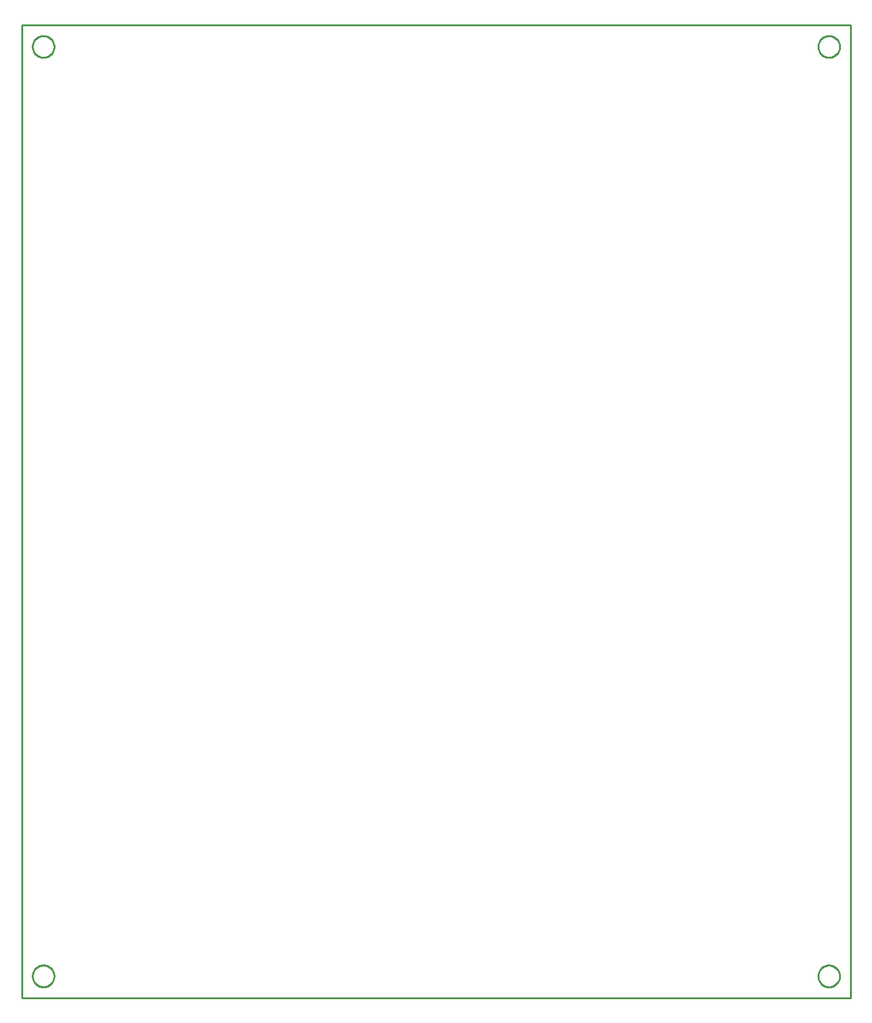
<source format=gbr>
G04 EAGLE Gerber RS-274X export*
G75*
%MOMM*%
%FSLAX34Y34*%
%LPD*%
%IN*%
%IPPOS*%
%AMOC8*
5,1,8,0,0,1.08239X$1,22.5*%
G01*
%ADD10C,0.000000*%
%ADD11C,0.254000*%


D10*
X15000Y30000D02*
X15005Y30368D01*
X15018Y30736D01*
X15041Y31103D01*
X15072Y31470D01*
X15113Y31836D01*
X15162Y32201D01*
X15221Y32564D01*
X15288Y32926D01*
X15364Y33287D01*
X15450Y33645D01*
X15543Y34001D01*
X15646Y34354D01*
X15757Y34705D01*
X15877Y35053D01*
X16005Y35398D01*
X16142Y35740D01*
X16287Y36079D01*
X16440Y36413D01*
X16602Y36744D01*
X16771Y37071D01*
X16949Y37393D01*
X17134Y37712D01*
X17327Y38025D01*
X17528Y38334D01*
X17736Y38637D01*
X17952Y38935D01*
X18175Y39228D01*
X18405Y39516D01*
X18642Y39798D01*
X18886Y40073D01*
X19136Y40343D01*
X19393Y40607D01*
X19657Y40864D01*
X19927Y41114D01*
X20202Y41358D01*
X20484Y41595D01*
X20772Y41825D01*
X21065Y42048D01*
X21363Y42264D01*
X21666Y42472D01*
X21975Y42673D01*
X22288Y42866D01*
X22607Y43051D01*
X22929Y43229D01*
X23256Y43398D01*
X23587Y43560D01*
X23921Y43713D01*
X24260Y43858D01*
X24602Y43995D01*
X24947Y44123D01*
X25295Y44243D01*
X25646Y44354D01*
X25999Y44457D01*
X26355Y44550D01*
X26713Y44636D01*
X27074Y44712D01*
X27436Y44779D01*
X27799Y44838D01*
X28164Y44887D01*
X28530Y44928D01*
X28897Y44959D01*
X29264Y44982D01*
X29632Y44995D01*
X30000Y45000D01*
X30368Y44995D01*
X30736Y44982D01*
X31103Y44959D01*
X31470Y44928D01*
X31836Y44887D01*
X32201Y44838D01*
X32564Y44779D01*
X32926Y44712D01*
X33287Y44636D01*
X33645Y44550D01*
X34001Y44457D01*
X34354Y44354D01*
X34705Y44243D01*
X35053Y44123D01*
X35398Y43995D01*
X35740Y43858D01*
X36079Y43713D01*
X36413Y43560D01*
X36744Y43398D01*
X37071Y43229D01*
X37393Y43051D01*
X37712Y42866D01*
X38025Y42673D01*
X38334Y42472D01*
X38637Y42264D01*
X38935Y42048D01*
X39228Y41825D01*
X39516Y41595D01*
X39798Y41358D01*
X40073Y41114D01*
X40343Y40864D01*
X40607Y40607D01*
X40864Y40343D01*
X41114Y40073D01*
X41358Y39798D01*
X41595Y39516D01*
X41825Y39228D01*
X42048Y38935D01*
X42264Y38637D01*
X42472Y38334D01*
X42673Y38025D01*
X42866Y37712D01*
X43051Y37393D01*
X43229Y37071D01*
X43398Y36744D01*
X43560Y36413D01*
X43713Y36079D01*
X43858Y35740D01*
X43995Y35398D01*
X44123Y35053D01*
X44243Y34705D01*
X44354Y34354D01*
X44457Y34001D01*
X44550Y33645D01*
X44636Y33287D01*
X44712Y32926D01*
X44779Y32564D01*
X44838Y32201D01*
X44887Y31836D01*
X44928Y31470D01*
X44959Y31103D01*
X44982Y30736D01*
X44995Y30368D01*
X45000Y30000D01*
X44995Y29632D01*
X44982Y29264D01*
X44959Y28897D01*
X44928Y28530D01*
X44887Y28164D01*
X44838Y27799D01*
X44779Y27436D01*
X44712Y27074D01*
X44636Y26713D01*
X44550Y26355D01*
X44457Y25999D01*
X44354Y25646D01*
X44243Y25295D01*
X44123Y24947D01*
X43995Y24602D01*
X43858Y24260D01*
X43713Y23921D01*
X43560Y23587D01*
X43398Y23256D01*
X43229Y22929D01*
X43051Y22607D01*
X42866Y22288D01*
X42673Y21975D01*
X42472Y21666D01*
X42264Y21363D01*
X42048Y21065D01*
X41825Y20772D01*
X41595Y20484D01*
X41358Y20202D01*
X41114Y19927D01*
X40864Y19657D01*
X40607Y19393D01*
X40343Y19136D01*
X40073Y18886D01*
X39798Y18642D01*
X39516Y18405D01*
X39228Y18175D01*
X38935Y17952D01*
X38637Y17736D01*
X38334Y17528D01*
X38025Y17327D01*
X37712Y17134D01*
X37393Y16949D01*
X37071Y16771D01*
X36744Y16602D01*
X36413Y16440D01*
X36079Y16287D01*
X35740Y16142D01*
X35398Y16005D01*
X35053Y15877D01*
X34705Y15757D01*
X34354Y15646D01*
X34001Y15543D01*
X33645Y15450D01*
X33287Y15364D01*
X32926Y15288D01*
X32564Y15221D01*
X32201Y15162D01*
X31836Y15113D01*
X31470Y15072D01*
X31103Y15041D01*
X30736Y15018D01*
X30368Y15005D01*
X30000Y15000D01*
X29632Y15005D01*
X29264Y15018D01*
X28897Y15041D01*
X28530Y15072D01*
X28164Y15113D01*
X27799Y15162D01*
X27436Y15221D01*
X27074Y15288D01*
X26713Y15364D01*
X26355Y15450D01*
X25999Y15543D01*
X25646Y15646D01*
X25295Y15757D01*
X24947Y15877D01*
X24602Y16005D01*
X24260Y16142D01*
X23921Y16287D01*
X23587Y16440D01*
X23256Y16602D01*
X22929Y16771D01*
X22607Y16949D01*
X22288Y17134D01*
X21975Y17327D01*
X21666Y17528D01*
X21363Y17736D01*
X21065Y17952D01*
X20772Y18175D01*
X20484Y18405D01*
X20202Y18642D01*
X19927Y18886D01*
X19657Y19136D01*
X19393Y19393D01*
X19136Y19657D01*
X18886Y19927D01*
X18642Y20202D01*
X18405Y20484D01*
X18175Y20772D01*
X17952Y21065D01*
X17736Y21363D01*
X17528Y21666D01*
X17327Y21975D01*
X17134Y22288D01*
X16949Y22607D01*
X16771Y22929D01*
X16602Y23256D01*
X16440Y23587D01*
X16287Y23921D01*
X16142Y24260D01*
X16005Y24602D01*
X15877Y24947D01*
X15757Y25295D01*
X15646Y25646D01*
X15543Y25999D01*
X15450Y26355D01*
X15364Y26713D01*
X15288Y27074D01*
X15221Y27436D01*
X15162Y27799D01*
X15113Y28164D01*
X15072Y28530D01*
X15041Y28897D01*
X15018Y29264D01*
X15005Y29632D01*
X15000Y30000D01*
X1105000Y30000D02*
X1105005Y30368D01*
X1105018Y30736D01*
X1105041Y31103D01*
X1105072Y31470D01*
X1105113Y31836D01*
X1105162Y32201D01*
X1105221Y32564D01*
X1105288Y32926D01*
X1105364Y33287D01*
X1105450Y33645D01*
X1105543Y34001D01*
X1105646Y34354D01*
X1105757Y34705D01*
X1105877Y35053D01*
X1106005Y35398D01*
X1106142Y35740D01*
X1106287Y36079D01*
X1106440Y36413D01*
X1106602Y36744D01*
X1106771Y37071D01*
X1106949Y37393D01*
X1107134Y37712D01*
X1107327Y38025D01*
X1107528Y38334D01*
X1107736Y38637D01*
X1107952Y38935D01*
X1108175Y39228D01*
X1108405Y39516D01*
X1108642Y39798D01*
X1108886Y40073D01*
X1109136Y40343D01*
X1109393Y40607D01*
X1109657Y40864D01*
X1109927Y41114D01*
X1110202Y41358D01*
X1110484Y41595D01*
X1110772Y41825D01*
X1111065Y42048D01*
X1111363Y42264D01*
X1111666Y42472D01*
X1111975Y42673D01*
X1112288Y42866D01*
X1112607Y43051D01*
X1112929Y43229D01*
X1113256Y43398D01*
X1113587Y43560D01*
X1113921Y43713D01*
X1114260Y43858D01*
X1114602Y43995D01*
X1114947Y44123D01*
X1115295Y44243D01*
X1115646Y44354D01*
X1115999Y44457D01*
X1116355Y44550D01*
X1116713Y44636D01*
X1117074Y44712D01*
X1117436Y44779D01*
X1117799Y44838D01*
X1118164Y44887D01*
X1118530Y44928D01*
X1118897Y44959D01*
X1119264Y44982D01*
X1119632Y44995D01*
X1120000Y45000D01*
X1120368Y44995D01*
X1120736Y44982D01*
X1121103Y44959D01*
X1121470Y44928D01*
X1121836Y44887D01*
X1122201Y44838D01*
X1122564Y44779D01*
X1122926Y44712D01*
X1123287Y44636D01*
X1123645Y44550D01*
X1124001Y44457D01*
X1124354Y44354D01*
X1124705Y44243D01*
X1125053Y44123D01*
X1125398Y43995D01*
X1125740Y43858D01*
X1126079Y43713D01*
X1126413Y43560D01*
X1126744Y43398D01*
X1127071Y43229D01*
X1127393Y43051D01*
X1127712Y42866D01*
X1128025Y42673D01*
X1128334Y42472D01*
X1128637Y42264D01*
X1128935Y42048D01*
X1129228Y41825D01*
X1129516Y41595D01*
X1129798Y41358D01*
X1130073Y41114D01*
X1130343Y40864D01*
X1130607Y40607D01*
X1130864Y40343D01*
X1131114Y40073D01*
X1131358Y39798D01*
X1131595Y39516D01*
X1131825Y39228D01*
X1132048Y38935D01*
X1132264Y38637D01*
X1132472Y38334D01*
X1132673Y38025D01*
X1132866Y37712D01*
X1133051Y37393D01*
X1133229Y37071D01*
X1133398Y36744D01*
X1133560Y36413D01*
X1133713Y36079D01*
X1133858Y35740D01*
X1133995Y35398D01*
X1134123Y35053D01*
X1134243Y34705D01*
X1134354Y34354D01*
X1134457Y34001D01*
X1134550Y33645D01*
X1134636Y33287D01*
X1134712Y32926D01*
X1134779Y32564D01*
X1134838Y32201D01*
X1134887Y31836D01*
X1134928Y31470D01*
X1134959Y31103D01*
X1134982Y30736D01*
X1134995Y30368D01*
X1135000Y30000D01*
X1134995Y29632D01*
X1134982Y29264D01*
X1134959Y28897D01*
X1134928Y28530D01*
X1134887Y28164D01*
X1134838Y27799D01*
X1134779Y27436D01*
X1134712Y27074D01*
X1134636Y26713D01*
X1134550Y26355D01*
X1134457Y25999D01*
X1134354Y25646D01*
X1134243Y25295D01*
X1134123Y24947D01*
X1133995Y24602D01*
X1133858Y24260D01*
X1133713Y23921D01*
X1133560Y23587D01*
X1133398Y23256D01*
X1133229Y22929D01*
X1133051Y22607D01*
X1132866Y22288D01*
X1132673Y21975D01*
X1132472Y21666D01*
X1132264Y21363D01*
X1132048Y21065D01*
X1131825Y20772D01*
X1131595Y20484D01*
X1131358Y20202D01*
X1131114Y19927D01*
X1130864Y19657D01*
X1130607Y19393D01*
X1130343Y19136D01*
X1130073Y18886D01*
X1129798Y18642D01*
X1129516Y18405D01*
X1129228Y18175D01*
X1128935Y17952D01*
X1128637Y17736D01*
X1128334Y17528D01*
X1128025Y17327D01*
X1127712Y17134D01*
X1127393Y16949D01*
X1127071Y16771D01*
X1126744Y16602D01*
X1126413Y16440D01*
X1126079Y16287D01*
X1125740Y16142D01*
X1125398Y16005D01*
X1125053Y15877D01*
X1124705Y15757D01*
X1124354Y15646D01*
X1124001Y15543D01*
X1123645Y15450D01*
X1123287Y15364D01*
X1122926Y15288D01*
X1122564Y15221D01*
X1122201Y15162D01*
X1121836Y15113D01*
X1121470Y15072D01*
X1121103Y15041D01*
X1120736Y15018D01*
X1120368Y15005D01*
X1120000Y15000D01*
X1119632Y15005D01*
X1119264Y15018D01*
X1118897Y15041D01*
X1118530Y15072D01*
X1118164Y15113D01*
X1117799Y15162D01*
X1117436Y15221D01*
X1117074Y15288D01*
X1116713Y15364D01*
X1116355Y15450D01*
X1115999Y15543D01*
X1115646Y15646D01*
X1115295Y15757D01*
X1114947Y15877D01*
X1114602Y16005D01*
X1114260Y16142D01*
X1113921Y16287D01*
X1113587Y16440D01*
X1113256Y16602D01*
X1112929Y16771D01*
X1112607Y16949D01*
X1112288Y17134D01*
X1111975Y17327D01*
X1111666Y17528D01*
X1111363Y17736D01*
X1111065Y17952D01*
X1110772Y18175D01*
X1110484Y18405D01*
X1110202Y18642D01*
X1109927Y18886D01*
X1109657Y19136D01*
X1109393Y19393D01*
X1109136Y19657D01*
X1108886Y19927D01*
X1108642Y20202D01*
X1108405Y20484D01*
X1108175Y20772D01*
X1107952Y21065D01*
X1107736Y21363D01*
X1107528Y21666D01*
X1107327Y21975D01*
X1107134Y22288D01*
X1106949Y22607D01*
X1106771Y22929D01*
X1106602Y23256D01*
X1106440Y23587D01*
X1106287Y23921D01*
X1106142Y24260D01*
X1106005Y24602D01*
X1105877Y24947D01*
X1105757Y25295D01*
X1105646Y25646D01*
X1105543Y25999D01*
X1105450Y26355D01*
X1105364Y26713D01*
X1105288Y27074D01*
X1105221Y27436D01*
X1105162Y27799D01*
X1105113Y28164D01*
X1105072Y28530D01*
X1105041Y28897D01*
X1105018Y29264D01*
X1105005Y29632D01*
X1105000Y30000D01*
X1105000Y1320000D02*
X1105005Y1320368D01*
X1105018Y1320736D01*
X1105041Y1321103D01*
X1105072Y1321470D01*
X1105113Y1321836D01*
X1105162Y1322201D01*
X1105221Y1322564D01*
X1105288Y1322926D01*
X1105364Y1323287D01*
X1105450Y1323645D01*
X1105543Y1324001D01*
X1105646Y1324354D01*
X1105757Y1324705D01*
X1105877Y1325053D01*
X1106005Y1325398D01*
X1106142Y1325740D01*
X1106287Y1326079D01*
X1106440Y1326413D01*
X1106602Y1326744D01*
X1106771Y1327071D01*
X1106949Y1327393D01*
X1107134Y1327712D01*
X1107327Y1328025D01*
X1107528Y1328334D01*
X1107736Y1328637D01*
X1107952Y1328935D01*
X1108175Y1329228D01*
X1108405Y1329516D01*
X1108642Y1329798D01*
X1108886Y1330073D01*
X1109136Y1330343D01*
X1109393Y1330607D01*
X1109657Y1330864D01*
X1109927Y1331114D01*
X1110202Y1331358D01*
X1110484Y1331595D01*
X1110772Y1331825D01*
X1111065Y1332048D01*
X1111363Y1332264D01*
X1111666Y1332472D01*
X1111975Y1332673D01*
X1112288Y1332866D01*
X1112607Y1333051D01*
X1112929Y1333229D01*
X1113256Y1333398D01*
X1113587Y1333560D01*
X1113921Y1333713D01*
X1114260Y1333858D01*
X1114602Y1333995D01*
X1114947Y1334123D01*
X1115295Y1334243D01*
X1115646Y1334354D01*
X1115999Y1334457D01*
X1116355Y1334550D01*
X1116713Y1334636D01*
X1117074Y1334712D01*
X1117436Y1334779D01*
X1117799Y1334838D01*
X1118164Y1334887D01*
X1118530Y1334928D01*
X1118897Y1334959D01*
X1119264Y1334982D01*
X1119632Y1334995D01*
X1120000Y1335000D01*
X1120368Y1334995D01*
X1120736Y1334982D01*
X1121103Y1334959D01*
X1121470Y1334928D01*
X1121836Y1334887D01*
X1122201Y1334838D01*
X1122564Y1334779D01*
X1122926Y1334712D01*
X1123287Y1334636D01*
X1123645Y1334550D01*
X1124001Y1334457D01*
X1124354Y1334354D01*
X1124705Y1334243D01*
X1125053Y1334123D01*
X1125398Y1333995D01*
X1125740Y1333858D01*
X1126079Y1333713D01*
X1126413Y1333560D01*
X1126744Y1333398D01*
X1127071Y1333229D01*
X1127393Y1333051D01*
X1127712Y1332866D01*
X1128025Y1332673D01*
X1128334Y1332472D01*
X1128637Y1332264D01*
X1128935Y1332048D01*
X1129228Y1331825D01*
X1129516Y1331595D01*
X1129798Y1331358D01*
X1130073Y1331114D01*
X1130343Y1330864D01*
X1130607Y1330607D01*
X1130864Y1330343D01*
X1131114Y1330073D01*
X1131358Y1329798D01*
X1131595Y1329516D01*
X1131825Y1329228D01*
X1132048Y1328935D01*
X1132264Y1328637D01*
X1132472Y1328334D01*
X1132673Y1328025D01*
X1132866Y1327712D01*
X1133051Y1327393D01*
X1133229Y1327071D01*
X1133398Y1326744D01*
X1133560Y1326413D01*
X1133713Y1326079D01*
X1133858Y1325740D01*
X1133995Y1325398D01*
X1134123Y1325053D01*
X1134243Y1324705D01*
X1134354Y1324354D01*
X1134457Y1324001D01*
X1134550Y1323645D01*
X1134636Y1323287D01*
X1134712Y1322926D01*
X1134779Y1322564D01*
X1134838Y1322201D01*
X1134887Y1321836D01*
X1134928Y1321470D01*
X1134959Y1321103D01*
X1134982Y1320736D01*
X1134995Y1320368D01*
X1135000Y1320000D01*
X1134995Y1319632D01*
X1134982Y1319264D01*
X1134959Y1318897D01*
X1134928Y1318530D01*
X1134887Y1318164D01*
X1134838Y1317799D01*
X1134779Y1317436D01*
X1134712Y1317074D01*
X1134636Y1316713D01*
X1134550Y1316355D01*
X1134457Y1315999D01*
X1134354Y1315646D01*
X1134243Y1315295D01*
X1134123Y1314947D01*
X1133995Y1314602D01*
X1133858Y1314260D01*
X1133713Y1313921D01*
X1133560Y1313587D01*
X1133398Y1313256D01*
X1133229Y1312929D01*
X1133051Y1312607D01*
X1132866Y1312288D01*
X1132673Y1311975D01*
X1132472Y1311666D01*
X1132264Y1311363D01*
X1132048Y1311065D01*
X1131825Y1310772D01*
X1131595Y1310484D01*
X1131358Y1310202D01*
X1131114Y1309927D01*
X1130864Y1309657D01*
X1130607Y1309393D01*
X1130343Y1309136D01*
X1130073Y1308886D01*
X1129798Y1308642D01*
X1129516Y1308405D01*
X1129228Y1308175D01*
X1128935Y1307952D01*
X1128637Y1307736D01*
X1128334Y1307528D01*
X1128025Y1307327D01*
X1127712Y1307134D01*
X1127393Y1306949D01*
X1127071Y1306771D01*
X1126744Y1306602D01*
X1126413Y1306440D01*
X1126079Y1306287D01*
X1125740Y1306142D01*
X1125398Y1306005D01*
X1125053Y1305877D01*
X1124705Y1305757D01*
X1124354Y1305646D01*
X1124001Y1305543D01*
X1123645Y1305450D01*
X1123287Y1305364D01*
X1122926Y1305288D01*
X1122564Y1305221D01*
X1122201Y1305162D01*
X1121836Y1305113D01*
X1121470Y1305072D01*
X1121103Y1305041D01*
X1120736Y1305018D01*
X1120368Y1305005D01*
X1120000Y1305000D01*
X1119632Y1305005D01*
X1119264Y1305018D01*
X1118897Y1305041D01*
X1118530Y1305072D01*
X1118164Y1305113D01*
X1117799Y1305162D01*
X1117436Y1305221D01*
X1117074Y1305288D01*
X1116713Y1305364D01*
X1116355Y1305450D01*
X1115999Y1305543D01*
X1115646Y1305646D01*
X1115295Y1305757D01*
X1114947Y1305877D01*
X1114602Y1306005D01*
X1114260Y1306142D01*
X1113921Y1306287D01*
X1113587Y1306440D01*
X1113256Y1306602D01*
X1112929Y1306771D01*
X1112607Y1306949D01*
X1112288Y1307134D01*
X1111975Y1307327D01*
X1111666Y1307528D01*
X1111363Y1307736D01*
X1111065Y1307952D01*
X1110772Y1308175D01*
X1110484Y1308405D01*
X1110202Y1308642D01*
X1109927Y1308886D01*
X1109657Y1309136D01*
X1109393Y1309393D01*
X1109136Y1309657D01*
X1108886Y1309927D01*
X1108642Y1310202D01*
X1108405Y1310484D01*
X1108175Y1310772D01*
X1107952Y1311065D01*
X1107736Y1311363D01*
X1107528Y1311666D01*
X1107327Y1311975D01*
X1107134Y1312288D01*
X1106949Y1312607D01*
X1106771Y1312929D01*
X1106602Y1313256D01*
X1106440Y1313587D01*
X1106287Y1313921D01*
X1106142Y1314260D01*
X1106005Y1314602D01*
X1105877Y1314947D01*
X1105757Y1315295D01*
X1105646Y1315646D01*
X1105543Y1315999D01*
X1105450Y1316355D01*
X1105364Y1316713D01*
X1105288Y1317074D01*
X1105221Y1317436D01*
X1105162Y1317799D01*
X1105113Y1318164D01*
X1105072Y1318530D01*
X1105041Y1318897D01*
X1105018Y1319264D01*
X1105005Y1319632D01*
X1105000Y1320000D01*
X15000Y1320000D02*
X15005Y1320368D01*
X15018Y1320736D01*
X15041Y1321103D01*
X15072Y1321470D01*
X15113Y1321836D01*
X15162Y1322201D01*
X15221Y1322564D01*
X15288Y1322926D01*
X15364Y1323287D01*
X15450Y1323645D01*
X15543Y1324001D01*
X15646Y1324354D01*
X15757Y1324705D01*
X15877Y1325053D01*
X16005Y1325398D01*
X16142Y1325740D01*
X16287Y1326079D01*
X16440Y1326413D01*
X16602Y1326744D01*
X16771Y1327071D01*
X16949Y1327393D01*
X17134Y1327712D01*
X17327Y1328025D01*
X17528Y1328334D01*
X17736Y1328637D01*
X17952Y1328935D01*
X18175Y1329228D01*
X18405Y1329516D01*
X18642Y1329798D01*
X18886Y1330073D01*
X19136Y1330343D01*
X19393Y1330607D01*
X19657Y1330864D01*
X19927Y1331114D01*
X20202Y1331358D01*
X20484Y1331595D01*
X20772Y1331825D01*
X21065Y1332048D01*
X21363Y1332264D01*
X21666Y1332472D01*
X21975Y1332673D01*
X22288Y1332866D01*
X22607Y1333051D01*
X22929Y1333229D01*
X23256Y1333398D01*
X23587Y1333560D01*
X23921Y1333713D01*
X24260Y1333858D01*
X24602Y1333995D01*
X24947Y1334123D01*
X25295Y1334243D01*
X25646Y1334354D01*
X25999Y1334457D01*
X26355Y1334550D01*
X26713Y1334636D01*
X27074Y1334712D01*
X27436Y1334779D01*
X27799Y1334838D01*
X28164Y1334887D01*
X28530Y1334928D01*
X28897Y1334959D01*
X29264Y1334982D01*
X29632Y1334995D01*
X30000Y1335000D01*
X30368Y1334995D01*
X30736Y1334982D01*
X31103Y1334959D01*
X31470Y1334928D01*
X31836Y1334887D01*
X32201Y1334838D01*
X32564Y1334779D01*
X32926Y1334712D01*
X33287Y1334636D01*
X33645Y1334550D01*
X34001Y1334457D01*
X34354Y1334354D01*
X34705Y1334243D01*
X35053Y1334123D01*
X35398Y1333995D01*
X35740Y1333858D01*
X36079Y1333713D01*
X36413Y1333560D01*
X36744Y1333398D01*
X37071Y1333229D01*
X37393Y1333051D01*
X37712Y1332866D01*
X38025Y1332673D01*
X38334Y1332472D01*
X38637Y1332264D01*
X38935Y1332048D01*
X39228Y1331825D01*
X39516Y1331595D01*
X39798Y1331358D01*
X40073Y1331114D01*
X40343Y1330864D01*
X40607Y1330607D01*
X40864Y1330343D01*
X41114Y1330073D01*
X41358Y1329798D01*
X41595Y1329516D01*
X41825Y1329228D01*
X42048Y1328935D01*
X42264Y1328637D01*
X42472Y1328334D01*
X42673Y1328025D01*
X42866Y1327712D01*
X43051Y1327393D01*
X43229Y1327071D01*
X43398Y1326744D01*
X43560Y1326413D01*
X43713Y1326079D01*
X43858Y1325740D01*
X43995Y1325398D01*
X44123Y1325053D01*
X44243Y1324705D01*
X44354Y1324354D01*
X44457Y1324001D01*
X44550Y1323645D01*
X44636Y1323287D01*
X44712Y1322926D01*
X44779Y1322564D01*
X44838Y1322201D01*
X44887Y1321836D01*
X44928Y1321470D01*
X44959Y1321103D01*
X44982Y1320736D01*
X44995Y1320368D01*
X45000Y1320000D01*
X44995Y1319632D01*
X44982Y1319264D01*
X44959Y1318897D01*
X44928Y1318530D01*
X44887Y1318164D01*
X44838Y1317799D01*
X44779Y1317436D01*
X44712Y1317074D01*
X44636Y1316713D01*
X44550Y1316355D01*
X44457Y1315999D01*
X44354Y1315646D01*
X44243Y1315295D01*
X44123Y1314947D01*
X43995Y1314602D01*
X43858Y1314260D01*
X43713Y1313921D01*
X43560Y1313587D01*
X43398Y1313256D01*
X43229Y1312929D01*
X43051Y1312607D01*
X42866Y1312288D01*
X42673Y1311975D01*
X42472Y1311666D01*
X42264Y1311363D01*
X42048Y1311065D01*
X41825Y1310772D01*
X41595Y1310484D01*
X41358Y1310202D01*
X41114Y1309927D01*
X40864Y1309657D01*
X40607Y1309393D01*
X40343Y1309136D01*
X40073Y1308886D01*
X39798Y1308642D01*
X39516Y1308405D01*
X39228Y1308175D01*
X38935Y1307952D01*
X38637Y1307736D01*
X38334Y1307528D01*
X38025Y1307327D01*
X37712Y1307134D01*
X37393Y1306949D01*
X37071Y1306771D01*
X36744Y1306602D01*
X36413Y1306440D01*
X36079Y1306287D01*
X35740Y1306142D01*
X35398Y1306005D01*
X35053Y1305877D01*
X34705Y1305757D01*
X34354Y1305646D01*
X34001Y1305543D01*
X33645Y1305450D01*
X33287Y1305364D01*
X32926Y1305288D01*
X32564Y1305221D01*
X32201Y1305162D01*
X31836Y1305113D01*
X31470Y1305072D01*
X31103Y1305041D01*
X30736Y1305018D01*
X30368Y1305005D01*
X30000Y1305000D01*
X29632Y1305005D01*
X29264Y1305018D01*
X28897Y1305041D01*
X28530Y1305072D01*
X28164Y1305113D01*
X27799Y1305162D01*
X27436Y1305221D01*
X27074Y1305288D01*
X26713Y1305364D01*
X26355Y1305450D01*
X25999Y1305543D01*
X25646Y1305646D01*
X25295Y1305757D01*
X24947Y1305877D01*
X24602Y1306005D01*
X24260Y1306142D01*
X23921Y1306287D01*
X23587Y1306440D01*
X23256Y1306602D01*
X22929Y1306771D01*
X22607Y1306949D01*
X22288Y1307134D01*
X21975Y1307327D01*
X21666Y1307528D01*
X21363Y1307736D01*
X21065Y1307952D01*
X20772Y1308175D01*
X20484Y1308405D01*
X20202Y1308642D01*
X19927Y1308886D01*
X19657Y1309136D01*
X19393Y1309393D01*
X19136Y1309657D01*
X18886Y1309927D01*
X18642Y1310202D01*
X18405Y1310484D01*
X18175Y1310772D01*
X17952Y1311065D01*
X17736Y1311363D01*
X17528Y1311666D01*
X17327Y1311975D01*
X17134Y1312288D01*
X16949Y1312607D01*
X16771Y1312929D01*
X16602Y1313256D01*
X16440Y1313587D01*
X16287Y1313921D01*
X16142Y1314260D01*
X16005Y1314602D01*
X15877Y1314947D01*
X15757Y1315295D01*
X15646Y1315646D01*
X15543Y1315999D01*
X15450Y1316355D01*
X15364Y1316713D01*
X15288Y1317074D01*
X15221Y1317436D01*
X15162Y1317799D01*
X15113Y1318164D01*
X15072Y1318530D01*
X15041Y1318897D01*
X15018Y1319264D01*
X15005Y1319632D01*
X15000Y1320000D01*
X0Y1350000D02*
X0Y0D01*
X0Y1350000D02*
X1150000Y1350000D01*
X1150000Y0D01*
X0Y0D01*
D11*
X0Y0D02*
X1150000Y0D01*
X1150000Y1350000D01*
X0Y1350000D01*
X0Y0D01*
X45000Y29464D02*
X44924Y28396D01*
X44771Y27335D01*
X44543Y26288D01*
X44241Y25260D01*
X43867Y24256D01*
X43422Y23281D01*
X42908Y22341D01*
X42329Y21440D01*
X41687Y20582D01*
X40985Y19772D01*
X40228Y19015D01*
X39418Y18313D01*
X38560Y17671D01*
X37659Y17092D01*
X36719Y16578D01*
X35744Y16133D01*
X34740Y15759D01*
X33712Y15457D01*
X32665Y15229D01*
X31604Y15076D01*
X30536Y15000D01*
X29464Y15000D01*
X28396Y15076D01*
X27335Y15229D01*
X26288Y15457D01*
X25260Y15759D01*
X24256Y16133D01*
X23281Y16578D01*
X22341Y17092D01*
X21440Y17671D01*
X20582Y18313D01*
X19772Y19015D01*
X19015Y19772D01*
X18313Y20582D01*
X17671Y21440D01*
X17092Y22341D01*
X16578Y23281D01*
X16133Y24256D01*
X15759Y25260D01*
X15457Y26288D01*
X15229Y27335D01*
X15076Y28396D01*
X15000Y29464D01*
X15000Y30536D01*
X15076Y31604D01*
X15229Y32665D01*
X15457Y33712D01*
X15759Y34740D01*
X16133Y35744D01*
X16578Y36719D01*
X17092Y37659D01*
X17671Y38560D01*
X18313Y39418D01*
X19015Y40228D01*
X19772Y40985D01*
X20582Y41687D01*
X21440Y42329D01*
X22341Y42908D01*
X23281Y43422D01*
X24256Y43867D01*
X25260Y44241D01*
X26288Y44543D01*
X27335Y44771D01*
X28396Y44924D01*
X29464Y45000D01*
X30536Y45000D01*
X31604Y44924D01*
X32665Y44771D01*
X33712Y44543D01*
X34740Y44241D01*
X35744Y43867D01*
X36719Y43422D01*
X37659Y42908D01*
X38560Y42329D01*
X39418Y41687D01*
X40228Y40985D01*
X40985Y40228D01*
X41687Y39418D01*
X42329Y38560D01*
X42908Y37659D01*
X43422Y36719D01*
X43867Y35744D01*
X44241Y34740D01*
X44543Y33712D01*
X44771Y32665D01*
X44924Y31604D01*
X45000Y30536D01*
X45000Y29464D01*
X1135000Y29464D02*
X1134924Y28396D01*
X1134771Y27335D01*
X1134543Y26288D01*
X1134241Y25260D01*
X1133867Y24256D01*
X1133422Y23281D01*
X1132908Y22341D01*
X1132329Y21440D01*
X1131687Y20582D01*
X1130985Y19772D01*
X1130228Y19015D01*
X1129418Y18313D01*
X1128560Y17671D01*
X1127659Y17092D01*
X1126719Y16578D01*
X1125744Y16133D01*
X1124740Y15759D01*
X1123712Y15457D01*
X1122665Y15229D01*
X1121604Y15076D01*
X1120536Y15000D01*
X1119464Y15000D01*
X1118396Y15076D01*
X1117335Y15229D01*
X1116288Y15457D01*
X1115260Y15759D01*
X1114256Y16133D01*
X1113281Y16578D01*
X1112341Y17092D01*
X1111440Y17671D01*
X1110582Y18313D01*
X1109772Y19015D01*
X1109015Y19772D01*
X1108313Y20582D01*
X1107671Y21440D01*
X1107092Y22341D01*
X1106578Y23281D01*
X1106133Y24256D01*
X1105759Y25260D01*
X1105457Y26288D01*
X1105229Y27335D01*
X1105076Y28396D01*
X1105000Y29464D01*
X1105000Y30536D01*
X1105076Y31604D01*
X1105229Y32665D01*
X1105457Y33712D01*
X1105759Y34740D01*
X1106133Y35744D01*
X1106578Y36719D01*
X1107092Y37659D01*
X1107671Y38560D01*
X1108313Y39418D01*
X1109015Y40228D01*
X1109772Y40985D01*
X1110582Y41687D01*
X1111440Y42329D01*
X1112341Y42908D01*
X1113281Y43422D01*
X1114256Y43867D01*
X1115260Y44241D01*
X1116288Y44543D01*
X1117335Y44771D01*
X1118396Y44924D01*
X1119464Y45000D01*
X1120536Y45000D01*
X1121604Y44924D01*
X1122665Y44771D01*
X1123712Y44543D01*
X1124740Y44241D01*
X1125744Y43867D01*
X1126719Y43422D01*
X1127659Y42908D01*
X1128560Y42329D01*
X1129418Y41687D01*
X1130228Y40985D01*
X1130985Y40228D01*
X1131687Y39418D01*
X1132329Y38560D01*
X1132908Y37659D01*
X1133422Y36719D01*
X1133867Y35744D01*
X1134241Y34740D01*
X1134543Y33712D01*
X1134771Y32665D01*
X1134924Y31604D01*
X1135000Y30536D01*
X1135000Y29464D01*
X1135000Y1319464D02*
X1134924Y1318396D01*
X1134771Y1317335D01*
X1134543Y1316288D01*
X1134241Y1315260D01*
X1133867Y1314256D01*
X1133422Y1313281D01*
X1132908Y1312341D01*
X1132329Y1311440D01*
X1131687Y1310582D01*
X1130985Y1309772D01*
X1130228Y1309015D01*
X1129418Y1308313D01*
X1128560Y1307671D01*
X1127659Y1307092D01*
X1126719Y1306578D01*
X1125744Y1306133D01*
X1124740Y1305759D01*
X1123712Y1305457D01*
X1122665Y1305229D01*
X1121604Y1305076D01*
X1120536Y1305000D01*
X1119464Y1305000D01*
X1118396Y1305076D01*
X1117335Y1305229D01*
X1116288Y1305457D01*
X1115260Y1305759D01*
X1114256Y1306133D01*
X1113281Y1306578D01*
X1112341Y1307092D01*
X1111440Y1307671D01*
X1110582Y1308313D01*
X1109772Y1309015D01*
X1109015Y1309772D01*
X1108313Y1310582D01*
X1107671Y1311440D01*
X1107092Y1312341D01*
X1106578Y1313281D01*
X1106133Y1314256D01*
X1105759Y1315260D01*
X1105457Y1316288D01*
X1105229Y1317335D01*
X1105076Y1318396D01*
X1105000Y1319464D01*
X1105000Y1320536D01*
X1105076Y1321604D01*
X1105229Y1322665D01*
X1105457Y1323712D01*
X1105759Y1324740D01*
X1106133Y1325744D01*
X1106578Y1326719D01*
X1107092Y1327659D01*
X1107671Y1328560D01*
X1108313Y1329418D01*
X1109015Y1330228D01*
X1109772Y1330985D01*
X1110582Y1331687D01*
X1111440Y1332329D01*
X1112341Y1332908D01*
X1113281Y1333422D01*
X1114256Y1333867D01*
X1115260Y1334241D01*
X1116288Y1334543D01*
X1117335Y1334771D01*
X1118396Y1334924D01*
X1119464Y1335000D01*
X1120536Y1335000D01*
X1121604Y1334924D01*
X1122665Y1334771D01*
X1123712Y1334543D01*
X1124740Y1334241D01*
X1125744Y1333867D01*
X1126719Y1333422D01*
X1127659Y1332908D01*
X1128560Y1332329D01*
X1129418Y1331687D01*
X1130228Y1330985D01*
X1130985Y1330228D01*
X1131687Y1329418D01*
X1132329Y1328560D01*
X1132908Y1327659D01*
X1133422Y1326719D01*
X1133867Y1325744D01*
X1134241Y1324740D01*
X1134543Y1323712D01*
X1134771Y1322665D01*
X1134924Y1321604D01*
X1135000Y1320536D01*
X1135000Y1319464D01*
X45000Y1319464D02*
X44924Y1318396D01*
X44771Y1317335D01*
X44543Y1316288D01*
X44241Y1315260D01*
X43867Y1314256D01*
X43422Y1313281D01*
X42908Y1312341D01*
X42329Y1311440D01*
X41687Y1310582D01*
X40985Y1309772D01*
X40228Y1309015D01*
X39418Y1308313D01*
X38560Y1307671D01*
X37659Y1307092D01*
X36719Y1306578D01*
X35744Y1306133D01*
X34740Y1305759D01*
X33712Y1305457D01*
X32665Y1305229D01*
X31604Y1305076D01*
X30536Y1305000D01*
X29464Y1305000D01*
X28396Y1305076D01*
X27335Y1305229D01*
X26288Y1305457D01*
X25260Y1305759D01*
X24256Y1306133D01*
X23281Y1306578D01*
X22341Y1307092D01*
X21440Y1307671D01*
X20582Y1308313D01*
X19772Y1309015D01*
X19015Y1309772D01*
X18313Y1310582D01*
X17671Y1311440D01*
X17092Y1312341D01*
X16578Y1313281D01*
X16133Y1314256D01*
X15759Y1315260D01*
X15457Y1316288D01*
X15229Y1317335D01*
X15076Y1318396D01*
X15000Y1319464D01*
X15000Y1320536D01*
X15076Y1321604D01*
X15229Y1322665D01*
X15457Y1323712D01*
X15759Y1324740D01*
X16133Y1325744D01*
X16578Y1326719D01*
X17092Y1327659D01*
X17671Y1328560D01*
X18313Y1329418D01*
X19015Y1330228D01*
X19772Y1330985D01*
X20582Y1331687D01*
X21440Y1332329D01*
X22341Y1332908D01*
X23281Y1333422D01*
X24256Y1333867D01*
X25260Y1334241D01*
X26288Y1334543D01*
X27335Y1334771D01*
X28396Y1334924D01*
X29464Y1335000D01*
X30536Y1335000D01*
X31604Y1334924D01*
X32665Y1334771D01*
X33712Y1334543D01*
X34740Y1334241D01*
X35744Y1333867D01*
X36719Y1333422D01*
X37659Y1332908D01*
X38560Y1332329D01*
X39418Y1331687D01*
X40228Y1330985D01*
X40985Y1330228D01*
X41687Y1329418D01*
X42329Y1328560D01*
X42908Y1327659D01*
X43422Y1326719D01*
X43867Y1325744D01*
X44241Y1324740D01*
X44543Y1323712D01*
X44771Y1322665D01*
X44924Y1321604D01*
X45000Y1320536D01*
X45000Y1319464D01*
M02*

</source>
